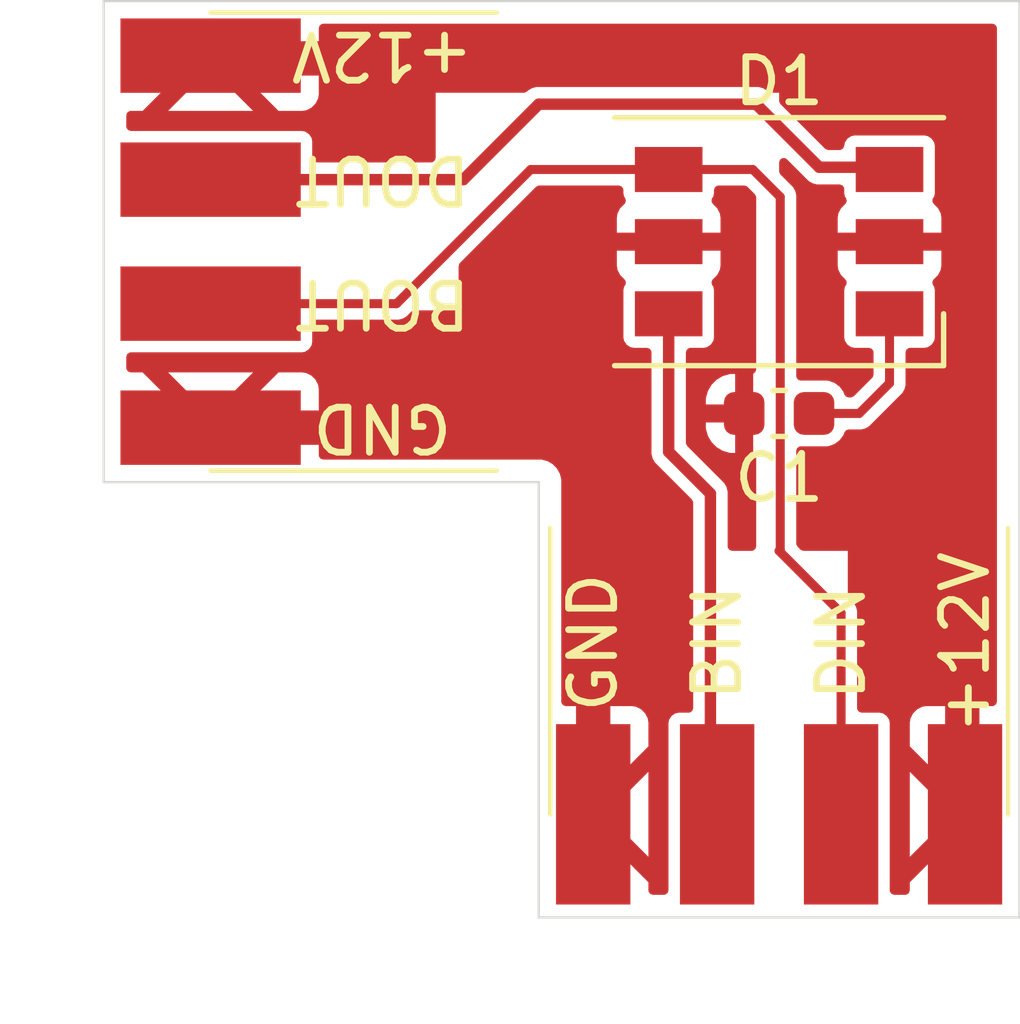
<source format=kicad_pcb>
(kicad_pcb (version 20240108) (generator "pcbnew") (generator_version "8.0")
  (layers (0 "F.Cu" signal) (31 "B.Cu" signal) (34 "B.Paste" user) (35 "F.Paste" user) (36 "B.SilkS" user "B.Silkscreen") (37 "F.SilkS" user "F.Silkscreen") (38 "B.Mask" user) (39 "F.Mask" user) (44 "Edge.Cuts" user))
  (net 0 "")
  (net 1 "Net-(D1-DIN)")
  (net 2 "Net-(D1-DOUT)")
  (net 3 "GND")
  (net 4 "Net-(D1-VCC)")
  (net 5 "Net-(D1-BIN)")
  (net 6 "+12V")
  (footprint "WS2812B_Strip:strip_end_2815" (layer "F.Cu") (at 143.786 76.2 180)
    (property "Reference" "J2" (hide yes))
    (property "Value" "Conn_01x04")
    (fp_line (start 4 5.08) (end -2.35 5.08) (stroke (width 0.1)) (layer "F.SilkS"))
    (fp_line (start 4 -5.08) (end -2.35 -5.08) (stroke (width 0.1)) (layer "F.SilkS"))
    (fp_text user "+12V" (at 0.19 4.125 180) (layer "F.SilkS"))
    (fp_text user "BOUT" (at 0.19 -1.375 180) (layer "F.SilkS"))
    (fp_text user "GND" (at 0.19 -4.125 180) (layer "F.SilkS"))
    (fp_text user "DOUT" (at 0.19 1.375 180) (layer "F.SilkS"))
    (pad "1" smd rect (at 4 -4.125 180) (size 4 1.65) (layers "F.Cu" "F.Paste" "F.Mask") (net 3 "GND"))
    (pad "2" smd rect (at 4 -1.375 180) (size 4 1.65) (layers "F.Cu" "F.Paste" "F.Mask") (net 1 "Net-(D1-DIN)"))
    (pad "3" smd rect (at 4 1.375 180) (size 4 1.65) (layers "F.Cu" "F.Paste" "F.Mask") (net 2 "Net-(D1-DOUT)"))
    (pad "4" smd rect (at 4 4.125 180) (size 4 1.65) (layers "F.Cu" "F.Paste" "F.Mask") (net 6 "+12V"))
  )
  (footprint "Capacitor_SMD:C_0603_1608Metric" (layer "F.Cu") (at 152.4 80.01 180)
    (property "Reference" "C1" (at 0 -1.43 0) (layer "F.SilkS"))
    (property "Value" "1u")
    (fp_line (start -0.14058 0.51) (end 0.14058 0.51) (stroke (width 0.12)) (layer "F.SilkS"))
    (fp_line (start -0.14058 -0.51) (end 0.14058 -0.51) (stroke (width 0.12)) (layer "F.SilkS"))
    (pad "1" smd roundrect (at -0.775 0 180) (size 0.9 0.95) (layers "F.Cu" "F.Paste" "F.Mask") (net 4 "Net-(D1-VCC)"))
    (pad "2" smd roundrect (at 0.775 0 180) (size 0.9 0.95) (layers "F.Cu" "F.Paste" "F.Mask") (net 3 "GND"))
  )
  (footprint "WS2812B_Strip:strip_begin_2815" (layer "F.Cu") (at 152.4 88.9 90)
    (property "Reference" "J1" (hide yes))
    (property "Value" "Conn_01x04")
    (fp_line (start 0 -5.08) (end 6.35 -5.08) (stroke (width 0.1)) (layer "F.SilkS"))
    (fp_line (start 0 5.08) (end 6.35 5.08) (stroke (width 0.1)) (layer "F.SilkS"))
    (fp_text user "DIN" (at 3.81 1.375 90) (layer "F.SilkS"))
    (fp_text user "BIN" (at 3.81 -1.375 90) (layer "F.SilkS"))
    (fp_text user "+12V" (at 3.81 4.125 90) (layer "F.SilkS"))
    (fp_text user "GND" (at 3.81 -4.125 90) (layer "F.SilkS"))
    (pad "1" smd rect (at 0 -4.125 90) (size 4 1.65) (layers "F.Cu" "F.Paste" "F.Mask") (net 3 "GND"))
    (pad "2" smd rect (at 0 -1.375 90) (size 4 1.65) (layers "F.Cu" "F.Paste" "F.Mask") (net 5 "Net-(D1-BIN)"))
    (pad "3" smd rect (at 0 1.375 90) (size 4 1.65) (layers "F.Cu" "F.Paste" "F.Mask") (net 1 "Net-(D1-DIN)"))
    (pad "4" smd rect (at 0 4.125 90) (size 4 1.65) (layers "F.Cu" "F.Paste" "F.Mask") (net 6 "+12V"))
  )
  (footprint "LED_SMD:LED_WS2812_PLCC6_5.0x5.0mm_P1.6mm" (layer "F.Cu") (at 152.4 76.2 180)
    (property "Reference" "D1" (at 0 3.556 180) (layer "F.SilkS"))
    (property "Value" "WS2815")
    (fp_line (start -3.65 2.75) (end 3.65 2.75) (stroke (width 0.12)) (layer "F.SilkS"))
    (fp_line (start -3.65 -1.6) (end -3.65 -2.75) (stroke (width 0.12)) (layer "F.SilkS"))
    (fp_line (start -3.65 -2.75) (end 3.65 -2.75) (stroke (width 0.12)) (layer "F.SilkS"))
    (pad "1" smd rect (at -2.45 -1.6 180) (size 1.5 1) (layers "F.Cu" "F.Paste" "F.Mask") (net 4 "Net-(D1-VCC)"))
    (pad "2" smd rect (at -2.45 0 180) (size 1.5 1) (layers "F.Cu" "F.Paste" "F.Mask") (net 6 "+12V"))
    (pad "3" smd rect (at -2.45 1.6 180) (size 1.5 1) (layers "F.Cu" "F.Paste" "F.Mask") (net 2 "Net-(D1-DOUT)"))
    (pad "4" smd rect (at 2.45 1.6 180) (size 1.5 1) (layers "F.Cu" "F.Paste" "F.Mask") (net 1 "Net-(D1-DIN)"))
    (pad "5" smd rect (at 2.45 0 180) (size 1.5 1) (layers "F.Cu" "F.Paste" "F.Mask") (net 3 "GND"))
    (pad "6" smd rect (at 2.45 -1.6 180) (size 1.5 1) (layers "F.Cu" "F.Paste" "F.Mask") (net 5 "Net-(D1-BIN)"))
  )
  (gr_line (start 147.066 81.534) (end 137.414 81.534) (stroke (width 0.05)) (layer "Edge.Cuts"))
  (gr_line (start 157.734 91.186) (end 157.734 70.866) (stroke (width 0.05)) (layer "Edge.Cuts"))
  (gr_line (start 137.414 70.866) (end 157.734 70.866) (stroke (width 0.05)) (layer "Edge.Cuts"))
  (gr_line (start 157.734 91.186) (end 147.066 91.186) (stroke (width 0.05)) (layer "Edge.Cuts"))
  (gr_line (start 137.414 70.866) (end 137.414 81.534) (stroke (width 0.05)) (layer "Edge.Cuts"))
  (gr_line (start 147.066 81.534) (end 147.066 91.186) (stroke (width 0.05)) (layer "Edge.Cuts"))
  (segment (start 143.913 77.575) (end 139.786 77.575) (width 0.2) (layer "F.Cu") (net 1))
  (segment (start 152.4 83.058) (end 152.425 83.033) (width 0.2) (layer "F.Cu") (net 1))
  (segment (start 153.775 88.9) (end 153.775 84.433) (width 0.2) (layer "F.Cu") (net 1))
  (segment (start 152.425 83.033) (end 152.425 75.209) (width 0.2) (layer "F.Cu") (net 1))
  (segment (start 146.888 74.6) (end 143.913 77.575) (width 0.2) (layer "F.Cu") (net 1))
  (segment (start 149.95 74.6) (end 146.888 74.6) (width 0.2) (layer "F.Cu") (net 1))
  (segment (start 151.816 74.6) (end 149.95 74.6) (width 0.2) (layer "F.Cu") (net 1))
  (segment (start 152.425 75.209) (end 151.816 74.6) (width 0.2) (layer "F.Cu") (net 1))
  (segment (start 153.775 84.433) (end 152.4 83.058) (width 0.2) (layer "F.Cu") (net 1))
  (segment (start 147.066 73.152) (end 145.393 74.825) (width 0.254) (layer "F.Cu") (net 2))
  (segment (start 145.393 74.825) (end 139.786 74.825) (width 0.254) (layer "F.Cu") (net 2))
  (segment (start 154.85 74.55) (end 153.29 74.55) (width 0.254) (layer "F.Cu") (net 2))
  (segment (start 153.29 74.55) (end 151.892 73.152) (width 0.254) (layer "F.Cu") (net 2))
  (segment (start 151.892 73.152) (end 147.066 73.152) (width 0.254) (layer "F.Cu") (net 2))
  (segment (start 147.381 80.325) (end 148.275 81.219) (width 0.762) (layer "F.Cu") (net 3))
  (segment (start 148.275 81.219) (end 148.275 88.9) (width 0.762) (layer "F.Cu") (net 3))
  (segment (start 139.786 80.325) (end 147.381 80.325) (width 0.762) (layer "F.Cu") (net 3))
  (segment (start 154.85 77.8) (end 154.85 79.338) (width 0.2) (layer "F.Cu") (net 4))
  (segment (start 154.178 80.01) (end 153.175 80.01) (width 0.2) (layer "F.Cu") (net 4))
  (segment (start 154.85 79.338) (end 154.178 80.01) (width 0.2) (layer "F.Cu") (net 4))
  (segment (start 150.876 88.751) (end 150.876 81.788) (width 0.254) (layer "F.Cu") (net 5))
  (segment (start 149.95 80.862) (end 149.95 77.85) (width 0.254) (layer "F.Cu") (net 5))
  (segment (start 150.876 81.788) (end 149.95 80.862) (width 0.254) (layer "F.Cu") (net 5))
  (segment (start 151.025 88.9) (end 150.876 88.751) (width 0.254) (layer "F.Cu") (net 5))
  (segment (start 156.464 80.01) (end 156.774 79.7) (width 0.762) (layer "F.Cu") (net 6))
  (segment (start 156.525 88.9) (end 156.464 88.839) (width 0.762) (layer "F.Cu") (net 6))
  (segment (start 156.464 88.839) (end 156.464 80.01) (width 0.762) (layer "F.Cu") (net 6))
  (segment (start 156.774 72.954) (end 155.956 72.136) (width 0.762) (layer "F.Cu") (net 6))
  (segment (start 139.847 72.136) (end 139.786 72.075) (width 0.762) (layer "F.Cu") (net 6))
  (segment (start 155.956 72.136) (end 139.847 72.136) (width 0.762) (layer "F.Cu") (net 6))
  (segment (start 156.774 79.7) (end 156.774 72.954) (width 0.762) (layer "F.Cu") (net 6))
  (zone (net 6) (net_name "+12V") (layer "F.Cu") (connect_pads (clearance 0.254)) (min_thickness 0.2032) (fill yes (thermal_gap 0.4) (thermal_bridge_width 0.4))
    (polygon (pts (xy 157.734 91.186) (xy 153.924 91.186) (xy 153.924 83.058) (xy 152.4 83.058) (xy 152.4 72.898) (xy 144.78 72.898) (xy 144.78 74.676) (xy 137.414 74.676) (xy 137.414 70.866) (xy 157.734 70.866)))
  )
  (zone (net 3) (net_name "GND") (layer "F.Cu") (priority 1) (connect_pads (clearance 0.254)) (min_thickness 0.2032) (fill yes (thermal_gap 0.4) (thermal_bridge_width 0.4))
    (polygon (pts (xy 150.876 91.186) (xy 150.876 83.058) (xy 151.892 83.058) (xy 151.892 73.406) (xy 145.288 73.406) (xy 145.288 77.724) (xy 137.414 77.724) (xy 137.414 81.534) (xy 147.066 81.534) (xy 147.066 91.186)))
  )
)
</source>
